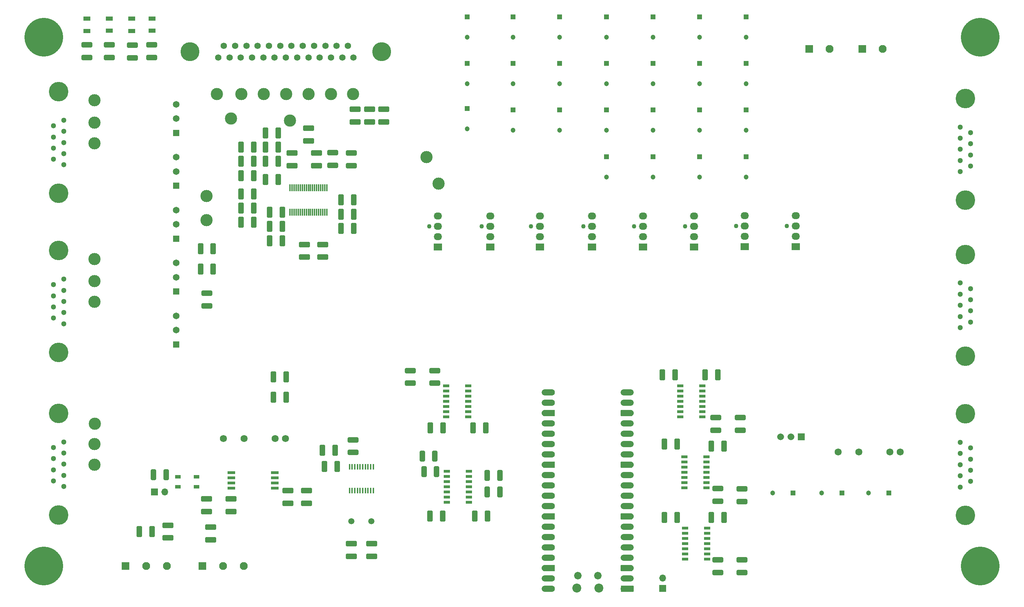
<source format=gbr>
%TF.GenerationSoftware,KiCad,Pcbnew,9.0.0*%
%TF.CreationDate,2025-04-28T14:03:09-07:00*%
%TF.ProjectId,ControlBoard,436f6e74-726f-46c4-926f-6172642e6b69,rev?*%
%TF.SameCoordinates,Original*%
%TF.FileFunction,Soldermask,Top*%
%TF.FilePolarity,Negative*%
%FSLAX46Y46*%
G04 Gerber Fmt 4.6, Leading zero omitted, Abs format (unit mm)*
G04 Created by KiCad (PCBNEW 9.0.0) date 2025-04-28 14:03:09*
%MOMM*%
%LPD*%
G01*
G04 APERTURE LIST*
G04 Aperture macros list*
%AMRoundRect*
0 Rectangle with rounded corners*
0 $1 Rounding radius*
0 $2 $3 $4 $5 $6 $7 $8 $9 X,Y pos of 4 corners*
0 Add a 4 corners polygon primitive as box body*
4,1,4,$2,$3,$4,$5,$6,$7,$8,$9,$2,$3,0*
0 Add four circle primitives for the rounded corners*
1,1,$1+$1,$2,$3*
1,1,$1+$1,$4,$5*
1,1,$1+$1,$6,$7*
1,1,$1+$1,$8,$9*
0 Add four rect primitives between the rounded corners*
20,1,$1+$1,$2,$3,$4,$5,0*
20,1,$1+$1,$4,$5,$6,$7,0*
20,1,$1+$1,$6,$7,$8,$9,0*
20,1,$1+$1,$8,$9,$2,$3,0*%
%AMFreePoly0*
4,1,37,0.800000,0.796148,0.878414,0.796148,1.032228,0.765552,1.177117,0.705537,1.307515,0.618408,1.418408,0.507515,1.505537,0.377117,1.565552,0.232228,1.596148,0.078414,1.596148,-0.078414,1.565552,-0.232228,1.505537,-0.377117,1.418408,-0.507515,1.307515,-0.618408,1.177117,-0.705537,1.032228,-0.765552,0.878414,-0.796148,0.800000,-0.796148,0.800000,-0.800000,-1.400000,-0.800000,
-1.403843,-0.796157,-1.439018,-0.796157,-1.511114,-0.766294,-1.566294,-0.711114,-1.596157,-0.639018,-1.596157,-0.603843,-1.600000,-0.600000,-1.600000,0.600000,-1.596157,0.603843,-1.596157,0.639018,-1.566294,0.711114,-1.511114,0.766294,-1.439018,0.796157,-1.403843,0.796157,-1.400000,0.800000,0.800000,0.800000,0.800000,0.796148,0.800000,0.796148,$1*%
%AMFreePoly1*
4,1,37,1.403843,0.796157,1.439018,0.796157,1.511114,0.766294,1.566294,0.711114,1.596157,0.639018,1.596157,0.603843,1.600000,0.600000,1.600000,-0.600000,1.596157,-0.603843,1.596157,-0.639018,1.566294,-0.711114,1.511114,-0.766294,1.439018,-0.796157,1.403843,-0.796157,1.400000,-0.800000,-0.800000,-0.800000,-0.800000,-0.796148,-0.878414,-0.796148,-1.032228,-0.765552,-1.177117,-0.705537,
-1.307515,-0.618408,-1.418408,-0.507515,-1.505537,-0.377117,-1.565552,-0.232228,-1.596148,-0.078414,-1.596148,0.078414,-1.565552,0.232228,-1.505537,0.377117,-1.418408,0.507515,-1.307515,0.618408,-1.177117,0.705537,-1.032228,0.765552,-0.878414,0.796148,-0.800000,0.796148,-0.800000,0.800000,1.400000,0.800000,1.403843,0.796157,1.403843,0.796157,$1*%
%AMFreePoly2*
4,1,37,0.603843,0.796157,0.639018,0.796157,0.711114,0.766294,0.766294,0.711114,0.796157,0.639018,0.796157,0.603843,0.800000,0.600000,0.800000,-0.600000,0.796157,-0.603843,0.796157,-0.639018,0.766294,-0.711114,0.711114,-0.766294,0.639018,-0.796157,0.603843,-0.796157,0.600000,-0.800000,0.000000,-0.800000,0.000000,-0.796148,-0.078414,-0.796148,-0.232228,-0.765552,-0.377117,-0.705537,
-0.507515,-0.618408,-0.618408,-0.507515,-0.705537,-0.377117,-0.765552,-0.232228,-0.796148,-0.078414,-0.796148,0.078414,-0.765552,0.232228,-0.705537,0.377117,-0.618408,0.507515,-0.507515,0.618408,-0.377117,0.705537,-0.232228,0.765552,-0.078414,0.796148,0.000000,0.796148,0.000000,0.800000,0.600000,0.800000,0.603843,0.796157,0.603843,0.796157,$1*%
%AMFreePoly3*
4,1,37,0.000000,0.796148,0.078414,0.796148,0.232228,0.765552,0.377117,0.705537,0.507515,0.618408,0.618408,0.507515,0.705537,0.377117,0.765552,0.232228,0.796148,0.078414,0.796148,-0.078414,0.765552,-0.232228,0.705537,-0.377117,0.618408,-0.507515,0.507515,-0.618408,0.377117,-0.705537,0.232228,-0.765552,0.078414,-0.796148,0.000000,-0.796148,0.000000,-0.800000,-0.600000,-0.800000,
-0.603843,-0.796157,-0.639018,-0.796157,-0.711114,-0.766294,-0.766294,-0.711114,-0.796157,-0.639018,-0.796157,-0.603843,-0.800000,-0.600000,-0.800000,0.600000,-0.796157,0.603843,-0.796157,0.639018,-0.766294,0.711114,-0.711114,0.766294,-0.639018,0.796157,-0.603843,0.796157,-0.600000,0.800000,0.000000,0.800000,0.000000,0.796148,0.000000,0.796148,$1*%
G04 Aperture macros list end*
%ADD10C,3.000000*%
%ADD11RoundRect,0.250000X0.412500X1.100000X-0.412500X1.100000X-0.412500X-1.100000X0.412500X-1.100000X0*%
%ADD12R,1.200000X1.200000*%
%ADD13C,1.200000*%
%ADD14RoundRect,0.250000X-1.075000X0.400000X-1.075000X-0.400000X1.075000X-0.400000X1.075000X0.400000X0*%
%ADD15R,1.950000X1.950000*%
%ADD16C,1.950000*%
%ADD17RoundRect,0.250000X-0.412500X-1.100000X0.412500X-1.100000X0.412500X1.100000X-0.412500X1.100000X0*%
%ADD18RoundRect,0.250000X1.075000X-0.400000X1.075000X0.400000X-1.075000X0.400000X-1.075000X-0.400000X0*%
%ADD19C,1.300000*%
%ADD20C,4.800000*%
%ADD21R,1.350000X0.900000*%
%ADD22RoundRect,0.250000X1.100000X-0.412500X1.100000X0.412500X-1.100000X0.412500X-1.100000X-0.412500X0*%
%ADD23R,1.750000X1.000000*%
%ADD24C,9.500000*%
%ADD25C,2.200000*%
%ADD26C,1.850000*%
%ADD27FreePoly0,180.000000*%
%ADD28RoundRect,0.200000X0.600000X0.600000X-0.600000X0.600000X-0.600000X-0.600000X0.600000X-0.600000X0*%
%ADD29RoundRect,0.800000X0.800000X0.000010X-0.800000X0.000010X-0.800000X-0.000010X0.800000X-0.000010X0*%
%ADD30C,1.600000*%
%ADD31FreePoly1,180.000000*%
%ADD32FreePoly2,180.000000*%
%ADD33FreePoly3,180.000000*%
%ADD34RoundRect,0.250000X-1.100000X0.412500X-1.100000X-0.412500X1.100000X-0.412500X1.100000X0.412500X0*%
%ADD35R,1.650000X1.650000*%
%ADD36C,1.650000*%
%ADD37RoundRect,0.250000X0.400000X1.075000X-0.400000X1.075000X-0.400000X-1.075000X0.400000X-1.075000X0*%
%ADD38C,1.100000*%
%ADD39R,2.030000X1.730000*%
%ADD40O,2.030000X1.730000*%
%ADD41R,1.700000X1.700000*%
%ADD42O,1.700000X1.700000*%
%ADD43R,1.525000X0.650000*%
%ADD44C,1.725000*%
%ADD45RoundRect,0.250000X-0.400000X-1.075000X0.400000X-1.075000X0.400000X1.075000X-0.400000X1.075000X0*%
%ADD46R,1.850000X0.650000*%
%ADD47R,1.665000X1.665000*%
%ADD48C,1.665000*%
%ADD49C,1.575000*%
%ADD50C,4.650000*%
%ADD51R,0.300000X1.675000*%
%ADD52C,1.500000*%
%ADD53R,0.450000X1.475000*%
G04 APERTURE END LIST*
D10*
%TO.C,TP23*%
X129000000Y-64500000D03*
%TD*%
D11*
%TO.C,C103*%
X93562500Y-85000000D03*
X90437500Y-85000000D03*
%TD*%
D12*
%TO.C,C39*%
X139000000Y-41450000D03*
D13*
X139000000Y-46450000D03*
%TD*%
D14*
%TO.C,R69*%
X200000000Y-128500000D03*
X200000000Y-131600000D03*
%TD*%
D15*
%TO.C,J16*%
X236050000Y-37900000D03*
D16*
X241050000Y-37900000D03*
%TD*%
D11*
%TO.C,C73*%
X190562500Y-135000000D03*
X187437500Y-135000000D03*
%TD*%
%TO.C,C85*%
X94562500Y-123500000D03*
X91437500Y-123500000D03*
%TD*%
D17*
%TO.C,C72*%
X198937500Y-153000000D03*
X202062500Y-153000000D03*
%TD*%
D18*
%TO.C,R59*%
X111000000Y-137050000D03*
X111000000Y-133950000D03*
%TD*%
D17*
%TO.C,C77*%
X140437500Y-131000000D03*
X143562500Y-131000000D03*
%TD*%
D10*
%TO.C,TP9*%
X83500000Y-49000000D03*
%TD*%
%TO.C,TP10*%
X89000000Y-49000000D03*
%TD*%
D17*
%TO.C,C107*%
X89437500Y-62000000D03*
X92562500Y-62000000D03*
%TD*%
D10*
%TO.C,TP27*%
X47550000Y-130000000D03*
%TD*%
%TO.C,TP24*%
X75000000Y-74000000D03*
%TD*%
D17*
%TO.C,C117*%
X108000000Y-75000000D03*
X111125000Y-75000000D03*
%TD*%
D11*
%TO.C,C89*%
X107062500Y-140500000D03*
X103937500Y-140500000D03*
%TD*%
D19*
%TO.C,J11*%
X260059610Y-95410000D03*
X260059610Y-98150000D03*
X260059610Y-100890000D03*
X260059610Y-103630000D03*
X260059610Y-106370000D03*
X262599610Y-96780000D03*
X262599610Y-99520000D03*
X262599610Y-102260000D03*
X262599610Y-105000000D03*
D20*
X261329610Y-88390000D03*
X261329610Y-113390000D03*
%TD*%
D10*
%TO.C,TP21*%
X75000000Y-80000000D03*
%TD*%
D15*
%TO.C,J17*%
X73920000Y-165000000D03*
D16*
X79000000Y-165000000D03*
X84080000Y-165000000D03*
%TD*%
D21*
%TO.C,FL1*%
X72500000Y-145500000D03*
X72500000Y-143000000D03*
X67950000Y-143000000D03*
X67950000Y-145500000D03*
%TD*%
D12*
%TO.C,C60*%
X150250000Y-52900000D03*
D13*
X150250000Y-57900000D03*
%TD*%
D22*
%TO.C,C111*%
X118500000Y-55812500D03*
X118500000Y-52687500D03*
%TD*%
D23*
%TO.C,LED1*%
X45580000Y-30450000D03*
X45580000Y-33450000D03*
%TD*%
D10*
%TO.C,TP25*%
X47500000Y-50500000D03*
%TD*%
D22*
%TO.C,C87*%
X103500000Y-89062500D03*
X103500000Y-85937500D03*
%TD*%
D10*
%TO.C,TP20*%
X47500000Y-61050000D03*
%TD*%
D12*
%TO.C,C64*%
X173150000Y-64350000D03*
D13*
X173150000Y-69350000D03*
%TD*%
D12*
%TO.C,C63*%
X184600000Y-64350000D03*
D13*
X184600000Y-69350000D03*
%TD*%
D17*
%TO.C,C100*%
X83437500Y-80500000D03*
X86562500Y-80500000D03*
%TD*%
D24*
%TO.C,H3*%
X35000000Y-35000000D03*
%TD*%
D12*
%TO.C,C47*%
X161700000Y-30000000D03*
D13*
X161700000Y-35000000D03*
%TD*%
D25*
%TO.C,A1*%
X171335000Y-170390000D03*
D26*
X171035000Y-167360000D03*
X166185000Y-167360000D03*
D25*
X165885000Y-170390000D03*
D27*
X178300000Y-170520000D03*
D28*
X177500000Y-170520000D03*
D29*
X178300000Y-167980000D03*
D30*
X177500000Y-167980000D03*
D31*
X178300000Y-165440000D03*
D32*
X177500000Y-165440000D03*
D29*
X178300000Y-162900000D03*
D30*
X177500000Y-162900000D03*
D29*
X178300000Y-160360000D03*
D30*
X177500000Y-160360000D03*
D29*
X178300000Y-157820000D03*
D30*
X177500000Y-157820000D03*
D29*
X178300000Y-155280000D03*
D30*
X177500000Y-155280000D03*
D31*
X178300000Y-152740000D03*
D32*
X177500000Y-152740000D03*
D29*
X178300000Y-150200000D03*
D30*
X177500000Y-150200000D03*
D29*
X178300000Y-147660000D03*
D30*
X177500000Y-147660000D03*
D29*
X178300000Y-145120000D03*
D30*
X177500000Y-145120000D03*
D29*
X178300000Y-142580000D03*
D30*
X177500000Y-142580000D03*
D31*
X178300000Y-140040000D03*
D32*
X177500000Y-140040000D03*
D29*
X178300000Y-137500000D03*
D30*
X177500000Y-137500000D03*
D29*
X178300000Y-134960000D03*
D30*
X177500000Y-134960000D03*
D29*
X178300000Y-132420000D03*
D30*
X177500000Y-132420000D03*
D29*
X178300000Y-129880000D03*
D30*
X177500000Y-129880000D03*
D31*
X178300000Y-127340000D03*
D32*
X177500000Y-127340000D03*
D29*
X178300000Y-124800000D03*
D30*
X177500000Y-124800000D03*
D29*
X178300000Y-122260000D03*
D30*
X177500000Y-122260000D03*
X159720000Y-122260000D03*
D29*
X158920000Y-122260000D03*
D30*
X159720000Y-124800000D03*
D29*
X158920000Y-124800000D03*
D33*
X159720000Y-127340000D03*
D27*
X158920000Y-127340000D03*
D30*
X159720000Y-129880000D03*
D29*
X158920000Y-129880000D03*
D30*
X159720000Y-132420000D03*
D29*
X158920000Y-132420000D03*
D30*
X159720000Y-134960000D03*
D29*
X158920000Y-134960000D03*
D30*
X159720000Y-137500000D03*
D29*
X158920000Y-137500000D03*
D33*
X159720000Y-140040000D03*
D27*
X158920000Y-140040000D03*
D30*
X159720000Y-142580000D03*
D29*
X158920000Y-142580000D03*
D30*
X159720000Y-145120000D03*
D29*
X158920000Y-145120000D03*
D30*
X159720000Y-147660000D03*
D29*
X158920000Y-147660000D03*
D30*
X159720000Y-150200000D03*
D29*
X158920000Y-150200000D03*
D33*
X159720000Y-152740000D03*
D27*
X158920000Y-152740000D03*
D30*
X159720000Y-155280000D03*
D29*
X158920000Y-155280000D03*
D30*
X159720000Y-157820000D03*
D29*
X158920000Y-157820000D03*
D30*
X159720000Y-160360000D03*
D29*
X158920000Y-160360000D03*
D30*
X159720000Y-162900000D03*
D29*
X158920000Y-162900000D03*
D33*
X159720000Y-165440000D03*
D27*
X158920000Y-165440000D03*
D30*
X159720000Y-167980000D03*
D29*
X158920000Y-167980000D03*
D30*
X159720000Y-170520000D03*
D29*
X158920000Y-170520000D03*
%TD*%
D14*
%TO.C,R77*%
X106000000Y-63400000D03*
X106000000Y-66500000D03*
%TD*%
D34*
%TO.C,C65*%
X95000000Y-146437500D03*
X95000000Y-149562500D03*
%TD*%
D35*
%TO.C,J5*%
X67500000Y-58500000D03*
D36*
X67500000Y-55000000D03*
X67500000Y-51500000D03*
%TD*%
D10*
%TO.C,TP8*%
X77500000Y-49000000D03*
%TD*%
D37*
%TO.C,R75*%
X147024000Y-146730000D03*
X143924000Y-146730000D03*
%TD*%
D14*
%TO.C,R1*%
X75050000Y-97950000D03*
X75050000Y-101050000D03*
%TD*%
D38*
%TO.C,M4*%
X167500000Y-81460000D03*
D39*
X169660000Y-86540000D03*
D40*
X169660000Y-84000000D03*
X169660000Y-81460000D03*
X169660000Y-78920000D03*
%TD*%
D17*
%TO.C,C84*%
X89437500Y-70000000D03*
X92562500Y-70000000D03*
%TD*%
D18*
%TO.C,R66*%
X206500000Y-166550000D03*
X206500000Y-163450000D03*
%TD*%
D35*
%TO.C,J7*%
X67500000Y-71500000D03*
D36*
X67500000Y-68000000D03*
X67500000Y-64500000D03*
%TD*%
D12*
%TO.C,C55*%
X207500000Y-52900000D03*
D13*
X207500000Y-57900000D03*
%TD*%
D41*
%TO.C,J1*%
X187000000Y-170500000D03*
D42*
X187000000Y-167960000D03*
%TD*%
D18*
%TO.C,R62*%
X45580000Y-40000000D03*
X45580000Y-36900000D03*
%TD*%
D12*
%TO.C,C59*%
X161700000Y-52900000D03*
D13*
X161700000Y-57900000D03*
%TD*%
D10*
%TO.C,TP15*%
X47500000Y-135000000D03*
%TD*%
D43*
%TO.C,IC1*%
X192500000Y-155650000D03*
X192500000Y-156920000D03*
X192500000Y-158190000D03*
X192500000Y-159460000D03*
X192500000Y-160730000D03*
X192500000Y-162000000D03*
X192500000Y-163270000D03*
X197924000Y-163270000D03*
X197924000Y-162000000D03*
X197924000Y-160730000D03*
X197924000Y-159460000D03*
X197924000Y-158190000D03*
X197924000Y-156920000D03*
X197924000Y-155650000D03*
%TD*%
D38*
%TO.C,M3*%
X154660000Y-81460000D03*
D39*
X156820000Y-86540000D03*
D40*
X156820000Y-84000000D03*
X156820000Y-81460000D03*
X156820000Y-78920000D03*
%TD*%
D34*
%TO.C,C83*%
X96000000Y-63437500D03*
X96000000Y-66562500D03*
%TD*%
D12*
%TO.C,C52*%
X173150000Y-41450000D03*
D13*
X173150000Y-46450000D03*
%TD*%
D44*
%TO.C,PS1*%
X245325000Y-136915000D03*
X242785000Y-136915000D03*
X235165000Y-136915000D03*
X230085000Y-136915000D03*
%TD*%
D12*
%TO.C,C48*%
X150250000Y-30000000D03*
D13*
X150250000Y-35000000D03*
%TD*%
D34*
%TO.C,C93*%
X65500000Y-154937500D03*
X65500000Y-158062500D03*
%TD*%
D11*
%TO.C,C69*%
X190562500Y-153000000D03*
X187437500Y-153000000D03*
%TD*%
%TO.C,C98*%
X86562500Y-65500000D03*
X83437500Y-65500000D03*
%TD*%
D19*
%TO.C,J13*%
X260059610Y-134581500D03*
X260059610Y-137321500D03*
X260059610Y-140061500D03*
X260059610Y-142801500D03*
X260059610Y-145541500D03*
X262599610Y-135951500D03*
X262599610Y-138691500D03*
X262599610Y-141431500D03*
X262599610Y-144171500D03*
D20*
X261329610Y-127561500D03*
X261329610Y-152561500D03*
%TD*%
D14*
%TO.C,R61*%
X200500000Y-163450000D03*
X200500000Y-166550000D03*
%TD*%
D38*
%TO.C,M5*%
X180000000Y-81460000D03*
D39*
X182160000Y-86540000D03*
D40*
X182160000Y-84000000D03*
X182160000Y-81460000D03*
X182160000Y-78920000D03*
%TD*%
D12*
%TO.C,C49*%
X207500000Y-41450000D03*
D13*
X207500000Y-46450000D03*
%TD*%
D23*
%TO.C,LED2*%
X51080000Y-30400000D03*
X51080000Y-33400000D03*
%TD*%
D12*
%TO.C,C53*%
X161700000Y-41450000D03*
D13*
X161700000Y-46450000D03*
%TD*%
D11*
%TO.C,C105*%
X93562500Y-78000000D03*
X90437500Y-78000000D03*
%TD*%
D34*
%TO.C,C66*%
X99500000Y-146437500D03*
X99500000Y-149562500D03*
%TD*%
D11*
%TO.C,C86*%
X94562500Y-118500000D03*
X91437500Y-118500000D03*
%TD*%
D19*
%TO.C,J10*%
X39940390Y-66370000D03*
X39940390Y-63630000D03*
X39940390Y-60890000D03*
X39940390Y-58150000D03*
X39940390Y-55410000D03*
X37400390Y-65000000D03*
X37400390Y-62260000D03*
X37400390Y-59520000D03*
X37400390Y-56780000D03*
D20*
X38670390Y-73390000D03*
X38670390Y-48390000D03*
%TD*%
D24*
%TO.C,H1*%
X265000000Y-35000000D03*
%TD*%
D12*
%TO.C,C51*%
X184600000Y-41450000D03*
D13*
X184600000Y-46450000D03*
%TD*%
D34*
%TO.C,C91*%
X75000000Y-148437500D03*
X75000000Y-151562500D03*
%TD*%
D14*
%TO.C,R67*%
X200500000Y-145950000D03*
X200500000Y-149050000D03*
%TD*%
D45*
%TO.C,R74*%
X127950000Y-138000000D03*
X131050000Y-138000000D03*
%TD*%
D12*
%TO.C,C62*%
X196050000Y-64350000D03*
D13*
X196050000Y-69350000D03*
%TD*%
D17*
%TO.C,C79*%
X140861500Y-152730000D03*
X143986500Y-152730000D03*
%TD*%
D12*
%TO.C,C42*%
X242500000Y-147000000D03*
D13*
X237500000Y-147000000D03*
%TD*%
D43*
%TO.C,IC5*%
X191288000Y-120690000D03*
X191288000Y-121960000D03*
X191288000Y-123230000D03*
X191288000Y-124500000D03*
X191288000Y-125770000D03*
X191288000Y-127040000D03*
X191288000Y-128310000D03*
X196712000Y-128310000D03*
X196712000Y-127040000D03*
X196712000Y-125770000D03*
X196712000Y-124500000D03*
X196712000Y-123230000D03*
X196712000Y-121960000D03*
X196712000Y-120690000D03*
%TD*%
D46*
%TO.C,IC3*%
X91750000Y-145843000D03*
X91750000Y-144573000D03*
X91750000Y-143303000D03*
X91750000Y-142033000D03*
X81100000Y-142033000D03*
X81100000Y-143303000D03*
X81100000Y-144573000D03*
X81100000Y-145843000D03*
%TD*%
D35*
%TO.C,J24*%
X67500000Y-110500000D03*
D36*
X67500000Y-107000000D03*
X67500000Y-103500000D03*
%TD*%
D17*
%TO.C,C108*%
X89437500Y-58500000D03*
X92562500Y-58500000D03*
%TD*%
D12*
%TO.C,C43*%
X207500000Y-30000000D03*
D13*
X207500000Y-35000000D03*
%TD*%
D38*
%TO.C,M1*%
X129660000Y-81460000D03*
D39*
X131820000Y-86540000D03*
D40*
X131820000Y-84000000D03*
X131820000Y-81460000D03*
X131820000Y-78920000D03*
%TD*%
D12*
%TO.C,C57*%
X184600000Y-52900000D03*
D13*
X184600000Y-57900000D03*
%TD*%
D12*
%TO.C,C45*%
X184600000Y-30000000D03*
D13*
X184600000Y-35000000D03*
%TD*%
D22*
%TO.C,C109*%
X111500000Y-55812500D03*
X111500000Y-52687500D03*
%TD*%
D34*
%TO.C,C68*%
X110500000Y-159437500D03*
X110500000Y-162562500D03*
%TD*%
D44*
%TO.C,PS3*%
X94325000Y-133615000D03*
X91785000Y-133615000D03*
X84165000Y-133615000D03*
X79085000Y-133615000D03*
%TD*%
D10*
%TO.C,TP19*%
X47500000Y-56000000D03*
%TD*%
D11*
%TO.C,C97*%
X86562500Y-62000000D03*
X83437500Y-62000000D03*
%TD*%
D18*
%TO.C,R68*%
X206500000Y-149100000D03*
X206500000Y-146000000D03*
%TD*%
D43*
%TO.C,IC8*%
X139424000Y-149270000D03*
X139424000Y-148000000D03*
X139424000Y-146730000D03*
X139424000Y-145460000D03*
X139424000Y-144190000D03*
X139424000Y-142920000D03*
X139424000Y-141650000D03*
X134000000Y-141650000D03*
X134000000Y-142920000D03*
X134000000Y-144190000D03*
X134000000Y-145460000D03*
X134000000Y-146730000D03*
X134000000Y-148000000D03*
X134000000Y-149270000D03*
%TD*%
D17*
%TO.C,C102*%
X83437500Y-73500000D03*
X86562500Y-73500000D03*
%TD*%
D19*
%TO.C,J4*%
X260059610Y-57081500D03*
X260059610Y-59821500D03*
X260059610Y-62561500D03*
X260059610Y-65301500D03*
X260059610Y-68041500D03*
X262599610Y-58451500D03*
X262599610Y-61191500D03*
X262599610Y-63931500D03*
X262599610Y-66671500D03*
D20*
X261329610Y-50061500D03*
X261329610Y-75061500D03*
%TD*%
D10*
%TO.C,TP11*%
X94500000Y-49000000D03*
%TD*%
D47*
%TO.C,PS2*%
X221040000Y-133225000D03*
D48*
X218500000Y-133225000D03*
X215960000Y-133225000D03*
%TD*%
D18*
%TO.C,R70*%
X206000000Y-131600000D03*
X206000000Y-128500000D03*
%TD*%
D34*
%TO.C,C82*%
X100000000Y-57375000D03*
X100000000Y-60500000D03*
%TD*%
D24*
%TO.C,H4*%
X35000000Y-165000000D03*
%TD*%
D14*
%TO.C,R78*%
X110500000Y-63450000D03*
X110500000Y-66550000D03*
%TD*%
D11*
%TO.C,C99*%
X86562500Y-69000000D03*
X83437500Y-69000000D03*
%TD*%
D37*
%TO.C,R73*%
X131474000Y-141730000D03*
X128374000Y-141730000D03*
%TD*%
D12*
%TO.C,C54*%
X150250000Y-41450000D03*
D13*
X150250000Y-46450000D03*
%TD*%
D12*
%TO.C,C37*%
X139000000Y-30000000D03*
D13*
X139000000Y-35000000D03*
%TD*%
D12*
%TO.C,C41*%
X231000000Y-147000000D03*
D13*
X226000000Y-147000000D03*
%TD*%
D24*
%TO.C,H2*%
X265000000Y-165000000D03*
%TD*%
D10*
%TO.C,TP12*%
X100000000Y-49000000D03*
%TD*%
D11*
%TO.C,C104*%
X93562500Y-81500000D03*
X90437500Y-81500000D03*
%TD*%
D22*
%TO.C,C110*%
X115000000Y-55812500D03*
X115000000Y-52687500D03*
%TD*%
D11*
%TO.C,C80*%
X132986500Y-152730000D03*
X129861500Y-152730000D03*
%TD*%
D17*
%TO.C,C115*%
X108000000Y-82000000D03*
X111125000Y-82000000D03*
%TD*%
D12*
%TO.C,C40*%
X219000000Y-147000000D03*
D13*
X214000000Y-147000000D03*
%TD*%
D10*
%TO.C,TP7*%
X81000000Y-55000000D03*
%TD*%
D45*
%TO.C,R76*%
X143924000Y-142730000D03*
X147024000Y-142730000D03*
%TD*%
D17*
%TO.C,C106*%
X89437500Y-65500000D03*
X92562500Y-65500000D03*
%TD*%
D12*
%TO.C,C50*%
X196050000Y-41450000D03*
D13*
X196050000Y-46450000D03*
%TD*%
D17*
%TO.C,C71*%
X73500000Y-92000000D03*
X76625000Y-92000000D03*
%TD*%
D15*
%TO.C,J3*%
X55080000Y-165000000D03*
D16*
X60160000Y-165000000D03*
X65240000Y-165000000D03*
%TD*%
D49*
%TO.C,J6*%
X77840000Y-40000000D03*
X80610000Y-40000000D03*
X83380000Y-40000000D03*
X86150000Y-40000000D03*
X88920000Y-40000000D03*
X91690000Y-40000000D03*
X94460000Y-40000000D03*
X97230000Y-40000000D03*
X100000000Y-40000000D03*
X102770000Y-40000000D03*
X105540000Y-40000000D03*
X108310000Y-40000000D03*
X111080000Y-40000000D03*
X109695000Y-37160000D03*
X106925000Y-37160000D03*
X104155000Y-37160000D03*
X101385000Y-37160000D03*
X98615000Y-37160000D03*
X95845000Y-37160000D03*
X93075000Y-37160000D03*
X90305000Y-37160000D03*
X87535000Y-37160000D03*
X84765000Y-37160000D03*
X81995000Y-37160000D03*
X79225000Y-37160000D03*
D50*
X70940000Y-38580000D03*
X117980000Y-38580000D03*
%TD*%
D38*
%TO.C,M6*%
X192500000Y-81460000D03*
D39*
X194660000Y-86540000D03*
D40*
X194660000Y-84000000D03*
X194660000Y-81460000D03*
X194660000Y-78920000D03*
%TD*%
D38*
%TO.C,M7*%
X205000000Y-81420000D03*
D39*
X207160000Y-86500000D03*
D40*
X207160000Y-83960000D03*
X207160000Y-81420000D03*
X207160000Y-78880000D03*
%TD*%
D41*
%TO.C,JP1*%
X62225000Y-146750000D03*
D42*
X64765000Y-146750000D03*
%TD*%
D23*
%TO.C,LED3*%
X56580000Y-30450000D03*
X56580000Y-33450000D03*
%TD*%
D10*
%TO.C,TP26*%
X47500000Y-89500000D03*
%TD*%
%TO.C,TP17*%
X47500000Y-94950000D03*
%TD*%
D22*
%TO.C,C88*%
X99000000Y-89062500D03*
X99000000Y-85937500D03*
%TD*%
D34*
%TO.C,C67*%
X115500000Y-159437500D03*
X115500000Y-162562500D03*
%TD*%
D17*
%TO.C,C90*%
X103437500Y-136500000D03*
X106562500Y-136500000D03*
%TD*%
%TO.C,C74*%
X198937500Y-135500000D03*
X202062500Y-135500000D03*
%TD*%
D12*
%TO.C,C38*%
X139000000Y-52500000D03*
D13*
X139000000Y-57500000D03*
%TD*%
D10*
%TO.C,TP28*%
X95500000Y-55500000D03*
%TD*%
D51*
%TO.C,IC2*%
X104500000Y-71962000D03*
X104000000Y-71962000D03*
X103500000Y-71962000D03*
X103000000Y-71962000D03*
X102500000Y-71962000D03*
X102000000Y-71962000D03*
X101500000Y-71962000D03*
X101000000Y-71962000D03*
X100500000Y-71962000D03*
X100000000Y-71962000D03*
X99500000Y-71962000D03*
X99000000Y-71962000D03*
X98500000Y-71962000D03*
X98000000Y-71962000D03*
X97500000Y-71962000D03*
X97000000Y-71962000D03*
X96500000Y-71962000D03*
X96000000Y-71962000D03*
X95500000Y-71962000D03*
X95500000Y-78038000D03*
X96000000Y-78038000D03*
X96500000Y-78038000D03*
X97000000Y-78038000D03*
X97500000Y-78038000D03*
X98000000Y-78038000D03*
X98500000Y-78038000D03*
X99000000Y-78038000D03*
X99500000Y-78038000D03*
X100000000Y-78038000D03*
X100500000Y-78038000D03*
X101000000Y-78038000D03*
X101500000Y-78038000D03*
X102000000Y-78038000D03*
X102500000Y-78038000D03*
X103000000Y-78038000D03*
X103500000Y-78038000D03*
X104000000Y-78038000D03*
X104500000Y-78038000D03*
%TD*%
D10*
%TO.C,TP13*%
X105500000Y-49000000D03*
%TD*%
D12*
%TO.C,C56*%
X196050000Y-52900000D03*
D13*
X196050000Y-57900000D03*
%TD*%
D38*
%TO.C,M8*%
X217500000Y-81420000D03*
D39*
X219660000Y-86500000D03*
D40*
X219660000Y-83960000D03*
X219660000Y-81420000D03*
X219660000Y-78880000D03*
%TD*%
D18*
%TO.C,R63*%
X51080000Y-40000000D03*
X51080000Y-36900000D03*
%TD*%
D19*
%TO.C,J12*%
X39940390Y-105418500D03*
X39940390Y-102678500D03*
X39940390Y-99938500D03*
X39940390Y-97198500D03*
X39940390Y-94458500D03*
X37400390Y-104048500D03*
X37400390Y-101308500D03*
X37400390Y-98568500D03*
X37400390Y-95828500D03*
D20*
X38670390Y-112438500D03*
X38670390Y-87438500D03*
%TD*%
D17*
%TO.C,C70*%
X73500000Y-87000000D03*
X76625000Y-87000000D03*
%TD*%
D38*
%TO.C,M2*%
X142500000Y-81460000D03*
D39*
X144660000Y-86540000D03*
D40*
X144660000Y-84000000D03*
X144660000Y-81460000D03*
X144660000Y-78920000D03*
%TD*%
D23*
%TO.C,LED4*%
X61580000Y-30400000D03*
X61580000Y-33400000D03*
%TD*%
D43*
%TO.C,IC4*%
X192288000Y-138150000D03*
X192288000Y-139420000D03*
X192288000Y-140690000D03*
X192288000Y-141960000D03*
X192288000Y-143230000D03*
X192288000Y-144500000D03*
X192288000Y-145770000D03*
X197712000Y-145770000D03*
X197712000Y-144500000D03*
X197712000Y-143230000D03*
X197712000Y-141960000D03*
X197712000Y-140690000D03*
X197712000Y-139420000D03*
X197712000Y-138150000D03*
%TD*%
D10*
%TO.C,TP18*%
X47500000Y-100000000D03*
%TD*%
D17*
%TO.C,C101*%
X83437500Y-77000000D03*
X86562500Y-77000000D03*
%TD*%
D18*
%TO.C,R64*%
X56790000Y-40050000D03*
X56790000Y-36950000D03*
%TD*%
D35*
%TO.C,J8*%
X67500000Y-84500000D03*
D36*
X67500000Y-81000000D03*
X67500000Y-77500000D03*
%TD*%
D18*
%TO.C,R71*%
X131000000Y-120050000D03*
X131000000Y-116950000D03*
%TD*%
D52*
%TO.C,Y1*%
X110550000Y-154000000D03*
X115430000Y-154000000D03*
%TD*%
D22*
%TO.C,C94*%
X76000000Y-158562500D03*
X76000000Y-155437500D03*
%TD*%
D15*
%TO.C,J15*%
X222950000Y-37900000D03*
D16*
X227950000Y-37900000D03*
%TD*%
D14*
%TO.C,R72*%
X125000000Y-116950000D03*
X125000000Y-120050000D03*
%TD*%
D17*
%TO.C,C76*%
X197437500Y-118000000D03*
X200562500Y-118000000D03*
%TD*%
D35*
%TO.C,J9*%
X67500000Y-97500000D03*
D36*
X67500000Y-94000000D03*
X67500000Y-90500000D03*
%TD*%
D17*
%TO.C,C116*%
X108000000Y-78500000D03*
X111125000Y-78500000D03*
%TD*%
D18*
%TO.C,R65*%
X61500000Y-40000000D03*
X61500000Y-36900000D03*
%TD*%
D45*
%TO.C,R60*%
X61950000Y-142500000D03*
X65050000Y-142500000D03*
%TD*%
D19*
%TO.C,J14*%
X39940390Y-145418500D03*
X39940390Y-142678500D03*
X39940390Y-139938500D03*
X39940390Y-137198500D03*
X39940390Y-134458500D03*
X37400390Y-144048500D03*
X37400390Y-141308500D03*
X37400390Y-138568500D03*
X37400390Y-135828500D03*
D20*
X38670390Y-152438500D03*
X38670390Y-127438500D03*
%TD*%
D12*
%TO.C,C61*%
X207500000Y-64350000D03*
D13*
X207500000Y-69350000D03*
%TD*%
D11*
%TO.C,C78*%
X133062500Y-131000000D03*
X129937500Y-131000000D03*
%TD*%
D22*
%TO.C,C81*%
X102000000Y-66562500D03*
X102000000Y-63437500D03*
%TD*%
D11*
%TO.C,C75*%
X190062500Y-118000000D03*
X186937500Y-118000000D03*
%TD*%
D12*
%TO.C,C44*%
X196050000Y-30000000D03*
D13*
X196050000Y-35000000D03*
%TD*%
D22*
%TO.C,C92*%
X81000000Y-151562500D03*
X81000000Y-148437500D03*
%TD*%
D53*
%TO.C,IC6*%
X110075000Y-146438000D03*
X110725000Y-146438000D03*
X111375000Y-146438000D03*
X112025000Y-146438000D03*
X112675000Y-146438000D03*
X113325000Y-146438000D03*
X113975000Y-146438000D03*
X114625000Y-146438000D03*
X115275000Y-146438000D03*
X115925000Y-146438000D03*
X115925000Y-140562000D03*
X115275000Y-140562000D03*
X114625000Y-140562000D03*
X113975000Y-140562000D03*
X113325000Y-140562000D03*
X112675000Y-140562000D03*
X112025000Y-140562000D03*
X111375000Y-140562000D03*
X110725000Y-140562000D03*
X110075000Y-140562000D03*
%TD*%
D10*
%TO.C,TP16*%
X47500000Y-140050000D03*
%TD*%
D43*
%TO.C,IC7*%
X139212000Y-128310000D03*
X139212000Y-127040000D03*
X139212000Y-125770000D03*
X139212000Y-124500000D03*
X139212000Y-123230000D03*
X139212000Y-121960000D03*
X139212000Y-120690000D03*
X133788000Y-120690000D03*
X133788000Y-121960000D03*
X133788000Y-123230000D03*
X133788000Y-124500000D03*
X133788000Y-125770000D03*
X133788000Y-127040000D03*
X133788000Y-128310000D03*
%TD*%
D12*
%TO.C,C58*%
X173150000Y-52900000D03*
D13*
X173150000Y-57900000D03*
%TD*%
D12*
%TO.C,C46*%
X173150000Y-30000000D03*
D13*
X173150000Y-35000000D03*
%TD*%
D10*
%TO.C,TP22*%
X132000000Y-71000000D03*
%TD*%
D11*
%TO.C,C95*%
X61562500Y-156500000D03*
X58437500Y-156500000D03*
%TD*%
D10*
%TO.C,TP14*%
X111000000Y-49000000D03*
%TD*%
M02*

</source>
